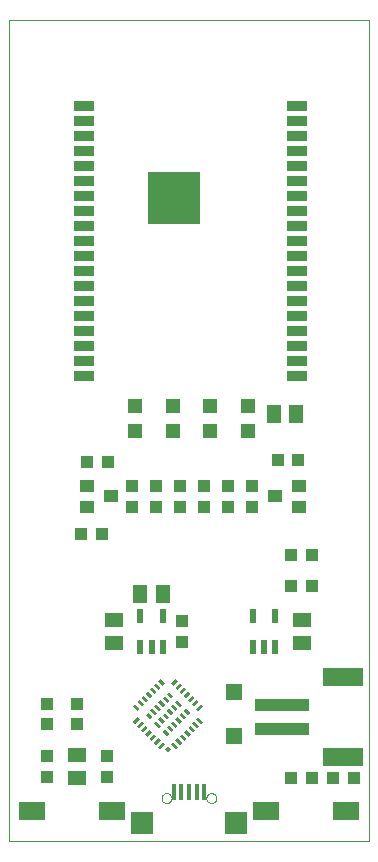
<source format=gtp>
G75*
%MOIN*%
%OFA0B0*%
%FSLAX24Y24*%
%IPPOS*%
%LPD*%
%AMOC8*
5,1,8,0,0,1.08239X$1,22.5*
%
%ADD10C,0.0000*%
%ADD11R,0.0591X0.0512*%
%ADD12R,0.0433X0.0394*%
%ADD13R,0.0512X0.0591*%
%ADD14R,0.0217X0.0472*%
%ADD15R,0.0551X0.0551*%
%ADD16R,0.1811X0.0394*%
%ADD17R,0.1339X0.0630*%
%ADD18R,0.0394X0.0433*%
%ADD19R,0.0472X0.0472*%
%ADD20R,0.0220X0.0102*%
%ADD21R,0.0157X0.0157*%
%ADD22R,0.0450X0.0400*%
%ADD23R,0.0669X0.0354*%
%ADD24R,0.1772X0.1772*%
%ADD25R,0.0906X0.0630*%
%ADD26R,0.0157X0.0551*%
%ADD27R,0.0748X0.0748*%
D10*
X002071Y000400D02*
X002071Y027770D01*
X014063Y027770D01*
X014063Y000400D01*
X002071Y000400D01*
X007156Y001846D02*
X007158Y001871D01*
X007164Y001896D01*
X007173Y001920D01*
X007186Y001942D01*
X007203Y001962D01*
X007222Y001979D01*
X007243Y001993D01*
X007267Y002003D01*
X007291Y002010D01*
X007317Y002013D01*
X007342Y002012D01*
X007367Y002007D01*
X007391Y001998D01*
X007414Y001986D01*
X007434Y001971D01*
X007452Y001952D01*
X007467Y001931D01*
X007478Y001908D01*
X007486Y001884D01*
X007490Y001859D01*
X007490Y001833D01*
X007486Y001808D01*
X007478Y001784D01*
X007467Y001761D01*
X007452Y001740D01*
X007434Y001721D01*
X007414Y001706D01*
X007391Y001694D01*
X007367Y001685D01*
X007342Y001680D01*
X007317Y001679D01*
X007291Y001682D01*
X007267Y001689D01*
X007243Y001699D01*
X007222Y001713D01*
X007203Y001730D01*
X007186Y001750D01*
X007173Y001772D01*
X007164Y001796D01*
X007158Y001821D01*
X007156Y001846D01*
X008652Y001846D02*
X008654Y001871D01*
X008660Y001896D01*
X008669Y001920D01*
X008682Y001942D01*
X008699Y001962D01*
X008718Y001979D01*
X008739Y001993D01*
X008763Y002003D01*
X008787Y002010D01*
X008813Y002013D01*
X008838Y002012D01*
X008863Y002007D01*
X008887Y001998D01*
X008910Y001986D01*
X008930Y001971D01*
X008948Y001952D01*
X008963Y001931D01*
X008974Y001908D01*
X008982Y001884D01*
X008986Y001859D01*
X008986Y001833D01*
X008982Y001808D01*
X008974Y001784D01*
X008963Y001761D01*
X008948Y001740D01*
X008930Y001721D01*
X008910Y001706D01*
X008887Y001694D01*
X008863Y001685D01*
X008838Y001680D01*
X008813Y001679D01*
X008787Y001682D01*
X008763Y001689D01*
X008739Y001699D01*
X008718Y001713D01*
X008699Y001730D01*
X008682Y001750D01*
X008669Y001772D01*
X008660Y001796D01*
X008654Y001821D01*
X008652Y001846D01*
D11*
X005571Y007026D03*
X005571Y007774D03*
X004321Y003274D03*
X004321Y002526D03*
X011821Y007026D03*
X011821Y007774D03*
D12*
X012155Y008900D03*
X011486Y008900D03*
X011486Y009950D03*
X012155Y009950D03*
X011705Y013100D03*
X011036Y013100D03*
X005355Y013050D03*
X004686Y013050D03*
X004486Y010650D03*
X005155Y010650D03*
X011486Y002500D03*
X012155Y002500D03*
X012886Y002500D03*
X013555Y002500D03*
D13*
X007195Y008650D03*
X006447Y008650D03*
X010897Y014650D03*
X011645Y014650D03*
D14*
X010945Y007912D03*
X010197Y007912D03*
X010197Y006888D03*
X010571Y006888D03*
X010945Y006888D03*
X007195Y006888D03*
X006821Y006888D03*
X006447Y006888D03*
X006447Y007912D03*
X007195Y007912D03*
D15*
X009571Y005378D03*
X009571Y003922D03*
D16*
X011164Y004156D03*
X011164Y004944D03*
D17*
X013211Y005889D03*
X013211Y003211D03*
D18*
X010171Y011565D03*
X010171Y012235D03*
X009371Y012235D03*
X009371Y011565D03*
X008571Y011565D03*
X008571Y012235D03*
X007771Y012235D03*
X007771Y011565D03*
X006971Y011565D03*
X006971Y012235D03*
X006171Y012235D03*
X006171Y011565D03*
X007821Y007735D03*
X007821Y007065D03*
X005321Y003235D03*
X005321Y002565D03*
X004321Y004315D03*
X004321Y004985D03*
X003321Y004985D03*
X003321Y004315D03*
X003321Y003235D03*
X003321Y002565D03*
D19*
X006271Y014087D03*
X006271Y014913D03*
X007521Y014913D03*
X007521Y014087D03*
X008771Y014087D03*
X008771Y014913D03*
X010021Y014913D03*
X010021Y014087D03*
D20*
G36*
X007480Y005667D02*
X007634Y005821D01*
X007706Y005749D01*
X007552Y005595D01*
X007480Y005667D01*
G37*
G36*
X007620Y005528D02*
X007774Y005682D01*
X007846Y005610D01*
X007692Y005456D01*
X007620Y005528D01*
G37*
G36*
X007759Y005388D02*
X007913Y005542D01*
X007985Y005470D01*
X007831Y005316D01*
X007759Y005388D01*
G37*
G36*
X007898Y005249D02*
X008052Y005403D01*
X008124Y005331D01*
X007970Y005177D01*
X007898Y005249D01*
G37*
G36*
X007678Y005111D02*
X007832Y004957D01*
X007760Y004885D01*
X007606Y005039D01*
X007678Y005111D01*
G37*
G36*
X007538Y004972D02*
X007692Y004818D01*
X007620Y004746D01*
X007466Y004900D01*
X007538Y004972D01*
G37*
G36*
X007399Y004833D02*
X007553Y004679D01*
X007481Y004607D01*
X007327Y004761D01*
X007399Y004833D01*
G37*
G36*
X007260Y004693D02*
X007414Y004539D01*
X007342Y004467D01*
X007188Y004621D01*
X007260Y004693D01*
G37*
G36*
X007121Y004554D02*
X007275Y004400D01*
X007203Y004328D01*
X007049Y004482D01*
X007121Y004554D01*
G37*
G36*
X006982Y004415D02*
X007136Y004261D01*
X007064Y004189D01*
X006910Y004343D01*
X006982Y004415D01*
G37*
G36*
X006842Y004833D02*
X006996Y004679D01*
X006924Y004607D01*
X006770Y004761D01*
X006842Y004833D01*
G37*
G36*
X006982Y004972D02*
X007136Y004818D01*
X007064Y004746D01*
X006910Y004900D01*
X006982Y004972D01*
G37*
G36*
X007121Y005111D02*
X007275Y004957D01*
X007203Y004885D01*
X007049Y005039D01*
X007121Y005111D01*
G37*
G36*
X007260Y005250D02*
X007414Y005096D01*
X007342Y005024D01*
X007188Y005178D01*
X007260Y005250D01*
G37*
G36*
X007050Y005456D02*
X006896Y005610D01*
X006968Y005682D01*
X007122Y005528D01*
X007050Y005456D01*
G37*
G36*
X006911Y005316D02*
X006757Y005470D01*
X006829Y005542D01*
X006983Y005388D01*
X006911Y005316D01*
G37*
G36*
X006771Y005177D02*
X006617Y005331D01*
X006689Y005403D01*
X006843Y005249D01*
X006771Y005177D01*
G37*
G36*
X006632Y005038D02*
X006478Y005192D01*
X006550Y005264D01*
X006704Y005110D01*
X006632Y005038D01*
G37*
G36*
X006493Y004899D02*
X006339Y005053D01*
X006411Y005125D01*
X006565Y004971D01*
X006493Y004899D01*
G37*
G36*
X006354Y004760D02*
X006200Y004914D01*
X006272Y004986D01*
X006426Y004832D01*
X006354Y004760D01*
G37*
G36*
X006426Y004468D02*
X006272Y004314D01*
X006200Y004386D01*
X006354Y004540D01*
X006426Y004468D01*
G37*
G36*
X006565Y004329D02*
X006411Y004175D01*
X006339Y004247D01*
X006493Y004401D01*
X006565Y004329D01*
G37*
G36*
X006704Y004190D02*
X006550Y004036D01*
X006478Y004108D01*
X006632Y004262D01*
X006704Y004190D01*
G37*
G36*
X006843Y004051D02*
X006689Y003897D01*
X006617Y003969D01*
X006771Y004123D01*
X006843Y004051D01*
G37*
G36*
X006983Y003912D02*
X006829Y003758D01*
X006757Y003830D01*
X006911Y003984D01*
X006983Y003912D01*
G37*
G36*
X007122Y003772D02*
X006968Y003618D01*
X006896Y003690D01*
X007050Y003844D01*
X007122Y003772D01*
G37*
G36*
X007261Y003633D02*
X007107Y003479D01*
X007035Y003551D01*
X007189Y003705D01*
X007261Y003633D01*
G37*
G36*
X007260Y004137D02*
X007414Y003983D01*
X007342Y003911D01*
X007188Y004065D01*
X007260Y004137D01*
G37*
G36*
X007399Y004276D02*
X007553Y004122D01*
X007481Y004050D01*
X007327Y004204D01*
X007399Y004276D01*
G37*
G36*
X007538Y004415D02*
X007692Y004261D01*
X007620Y004189D01*
X007466Y004343D01*
X007538Y004415D01*
G37*
G36*
X007678Y004554D02*
X007832Y004400D01*
X007760Y004328D01*
X007606Y004482D01*
X007678Y004554D01*
G37*
G36*
X007817Y004693D02*
X007971Y004539D01*
X007899Y004467D01*
X007745Y004621D01*
X007817Y004693D01*
G37*
G36*
X007956Y004833D02*
X008110Y004679D01*
X008038Y004607D01*
X007884Y004761D01*
X007956Y004833D01*
G37*
G36*
X008037Y005110D02*
X008191Y005264D01*
X008263Y005192D01*
X008109Y005038D01*
X008037Y005110D01*
G37*
G36*
X008176Y004971D02*
X008330Y005125D01*
X008402Y005053D01*
X008248Y004899D01*
X008176Y004971D01*
G37*
G36*
X008315Y004832D02*
X008469Y004986D01*
X008541Y004914D01*
X008387Y004760D01*
X008315Y004832D01*
G37*
G36*
X008387Y004540D02*
X008541Y004386D01*
X008469Y004314D01*
X008315Y004468D01*
X008387Y004540D01*
G37*
G36*
X008248Y004401D02*
X008402Y004247D01*
X008330Y004175D01*
X008176Y004329D01*
X008248Y004401D01*
G37*
G36*
X008109Y004262D02*
X008263Y004108D01*
X008191Y004036D01*
X008037Y004190D01*
X008109Y004262D01*
G37*
G36*
X007970Y004123D02*
X008124Y003969D01*
X008052Y003897D01*
X007898Y004051D01*
X007970Y004123D01*
G37*
G36*
X007831Y003984D02*
X007985Y003830D01*
X007913Y003758D01*
X007759Y003912D01*
X007831Y003984D01*
G37*
G36*
X007692Y003844D02*
X007846Y003690D01*
X007774Y003618D01*
X007620Y003772D01*
X007692Y003844D01*
G37*
G36*
X007552Y003705D02*
X007706Y003551D01*
X007634Y003479D01*
X007480Y003633D01*
X007552Y003705D01*
G37*
G36*
X006703Y004693D02*
X006857Y004539D01*
X006785Y004467D01*
X006631Y004621D01*
X006703Y004693D01*
G37*
G36*
X007189Y005595D02*
X007035Y005749D01*
X007107Y005821D01*
X007261Y005667D01*
X007189Y005595D01*
G37*
G36*
X007399Y005389D02*
X007553Y005235D01*
X007481Y005163D01*
X007327Y005317D01*
X007399Y005389D01*
G37*
D21*
G36*
X007371Y003591D02*
X007481Y003481D01*
X007371Y003371D01*
X007261Y003481D01*
X007371Y003591D01*
G37*
D22*
X004671Y011550D03*
X004671Y012250D03*
X005471Y011900D03*
X010921Y011900D03*
X011721Y011550D03*
X011721Y012250D03*
D23*
X011657Y015900D03*
X011657Y016400D03*
X011657Y016900D03*
X011657Y017400D03*
X011657Y017900D03*
X011657Y018400D03*
X011657Y018900D03*
X011657Y019400D03*
X011657Y019900D03*
X011657Y020400D03*
X011657Y020900D03*
X011657Y021400D03*
X011657Y021900D03*
X011657Y022400D03*
X011657Y022900D03*
X011657Y023400D03*
X011657Y023900D03*
X011657Y024400D03*
X011657Y024900D03*
X004571Y024900D03*
X004571Y024400D03*
X004571Y023900D03*
X004571Y023400D03*
X004571Y022900D03*
X004571Y022400D03*
X004571Y021900D03*
X004571Y021400D03*
X004571Y020900D03*
X004571Y020400D03*
X004571Y019900D03*
X004571Y019400D03*
X004571Y018900D03*
X004571Y018400D03*
X004571Y017900D03*
X004571Y017400D03*
X004571Y016900D03*
X004571Y016400D03*
X004571Y015900D03*
D24*
X007571Y021833D03*
D25*
X005490Y001400D03*
X002852Y001400D03*
X010652Y001400D03*
X013290Y001400D03*
D26*
X008582Y002063D03*
X008327Y002063D03*
X008071Y002063D03*
X007815Y002063D03*
X007559Y002063D03*
D27*
X006496Y001000D03*
X009645Y001000D03*
M02*

</source>
